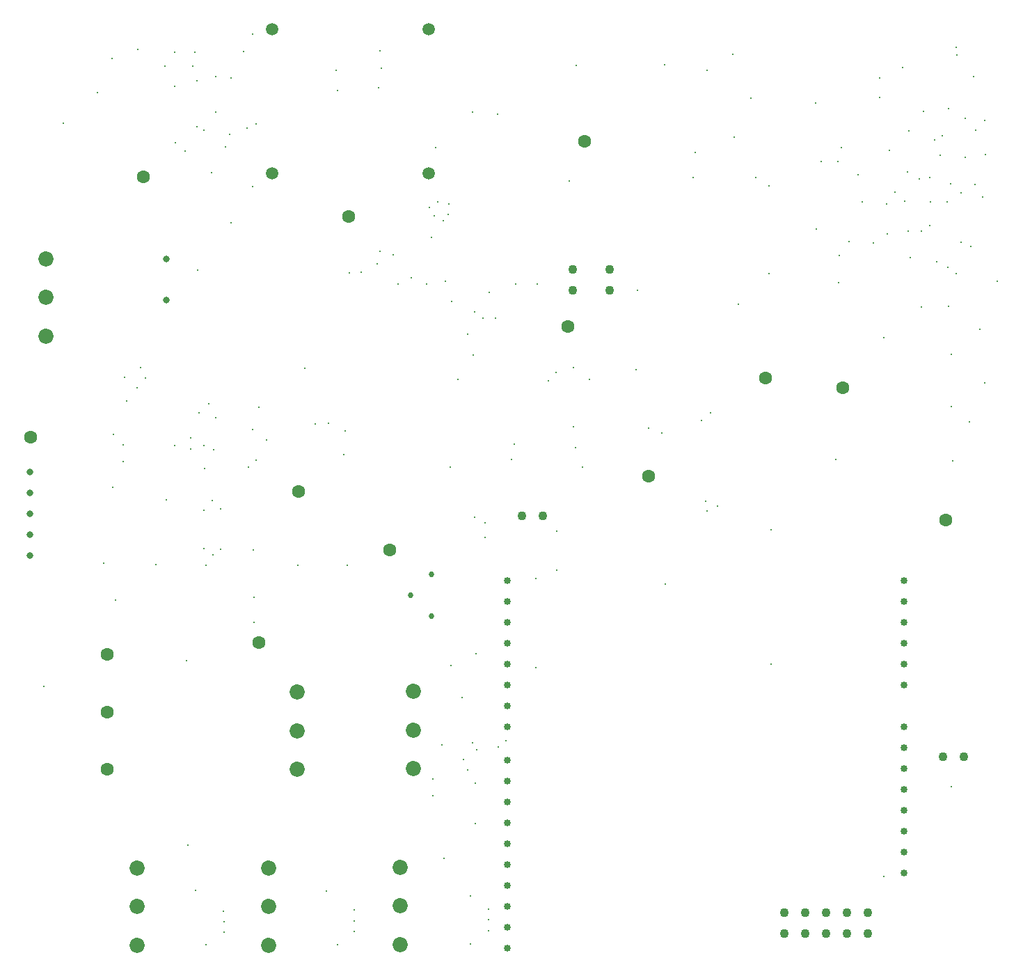
<source format=gbr>
%TF.GenerationSoftware,Altium Limited,Altium Designer,25.2.1 (25)*%
G04 Layer_Color=0*
%FSLAX45Y45*%
%MOMM*%
%TF.SameCoordinates,EF3F7739-EB0C-4DF3-8AA3-BEF7F1336093*%
%TF.FilePolarity,Positive*%
%TF.FileFunction,Plated,1,2,PTH,Drill*%
%TF.Part,Single*%
G01*
G75*
%TA.AperFunction,ComponentDrill*%
%ADD130C,0.85000*%
%ADD131C,0.81000*%
%ADD132C,1.85000*%
%ADD133C,1.60000*%
%ADD134C,1.60000*%
%ADD135C,0.69000*%
%ADD136C,1.10000*%
%ADD137C,1.50000*%
%ADD138C,0.80000*%
%ADD139C,1.10000*%
%TA.AperFunction,ViaDrill,NotFilled*%
%ADD140C,0.30000*%
D130*
X10833000Y2609201D02*
D03*
Y2863201D02*
D03*
X6007000Y1186801D02*
D03*
Y424801D02*
D03*
X10833000Y3625201D02*
D03*
X6007000Y678801D02*
D03*
Y932801D02*
D03*
Y1440801D02*
D03*
Y1694801D02*
D03*
Y1948801D02*
D03*
Y2202801D02*
D03*
Y2456801D02*
D03*
Y3117201D02*
D03*
Y2710801D02*
D03*
Y3371201D02*
D03*
Y3625201D02*
D03*
Y3879201D02*
D03*
Y4133201D02*
D03*
Y4387201D02*
D03*
Y4641201D02*
D03*
X10833000Y4895201D02*
D03*
X6007000D02*
D03*
X10833000Y4641201D02*
D03*
Y4387201D02*
D03*
Y4133201D02*
D03*
Y3879201D02*
D03*
Y3117201D02*
D03*
Y2355201D02*
D03*
Y2101201D02*
D03*
Y1847201D02*
D03*
Y1593201D02*
D03*
Y1339201D02*
D03*
D131*
X203925Y6214128D02*
D03*
Y5960128D02*
D03*
Y5706128D02*
D03*
Y5452128D02*
D03*
Y5198128D02*
D03*
D132*
X399925Y7870127D02*
D03*
Y8340127D02*
D03*
Y8810127D02*
D03*
X1509553Y1402178D02*
D03*
Y932178D02*
D03*
Y462178D02*
D03*
X4870000Y3547732D02*
D03*
Y3077732D02*
D03*
Y2607732D02*
D03*
X4705628Y1408051D02*
D03*
Y938051D02*
D03*
Y468051D02*
D03*
X3105628Y462151D02*
D03*
Y932151D02*
D03*
Y1402151D02*
D03*
X3450000Y3540000D02*
D03*
Y3070000D02*
D03*
Y2600000D02*
D03*
D133*
X1140000Y2600000D02*
D03*
Y3300000D02*
D03*
Y4000000D02*
D03*
X9150000Y7360000D02*
D03*
X6750000Y7990000D02*
D03*
X11340000Y5630000D02*
D03*
X4080000Y9320000D02*
D03*
X2990000Y4140000D02*
D03*
X10090000Y7240000D02*
D03*
X6946000Y10236000D02*
D03*
X7730000Y6170000D02*
D03*
X213925Y6644127D02*
D03*
D134*
X1579925Y9810127D02*
D03*
X4582746Y5272729D02*
D03*
X3470000Y5980000D02*
D03*
D135*
X5090000Y4970000D02*
D03*
X4836000Y4716000D02*
D03*
X5090000Y4462000D02*
D03*
D136*
X10398000Y858233D02*
D03*
Y604233D02*
D03*
X10144000Y858233D02*
D03*
Y604233D02*
D03*
X9890000Y858233D02*
D03*
Y604233D02*
D03*
X9636000Y858233D02*
D03*
X9382000D02*
D03*
X9636000Y604233D02*
D03*
X9382000D02*
D03*
X6806000Y8429000D02*
D03*
Y8683000D02*
D03*
X7255999Y8429000D02*
D03*
Y8683000D02*
D03*
D137*
X3150000Y9850000D02*
D03*
Y11600000D02*
D03*
X5051700Y9850000D02*
D03*
Y11600000D02*
D03*
D138*
X1864000Y8804000D02*
D03*
Y8304000D02*
D03*
D139*
X11313000Y2750000D02*
D03*
X11567000D02*
D03*
X6445180Y5680420D02*
D03*
X6191180D02*
D03*
D140*
X9770000Y9170000D02*
D03*
X3930000Y11100000D02*
D03*
X3940000Y10860000D02*
D03*
X2990000Y7000000D02*
D03*
X3080000Y6610000D02*
D03*
X3550000Y7480000D02*
D03*
X5598580Y7640000D02*
D03*
X2909980Y6730000D02*
D03*
X7920000Y11170000D02*
D03*
X5890000Y10570000D02*
D03*
X5590000Y10590000D02*
D03*
X2650000Y11010000D02*
D03*
X4480000Y11130000D02*
D03*
X2211693Y11320000D02*
D03*
X1960000Y11320000D02*
D03*
X1843214Y11151047D02*
D03*
X6110000Y8500000D02*
D03*
X4460000Y8900000D02*
D03*
X4230000Y8650000D02*
D03*
X4090000Y8640000D02*
D03*
X4617576Y8860000D02*
D03*
X4430000Y8750000D02*
D03*
X5090000Y9070000D02*
D03*
X5030000Y8500000D02*
D03*
X5257948Y8535642D02*
D03*
X5333931Y8293575D02*
D03*
X5610000Y8160000D02*
D03*
X5790000Y8400000D02*
D03*
X5870000Y8090000D02*
D03*
X5710000D02*
D03*
X6370000Y8500000D02*
D03*
X5530000Y7890000D02*
D03*
X6060000Y6370000D02*
D03*
X6840000Y6510000D02*
D03*
X6815283Y6767575D02*
D03*
X6925000Y6280000D02*
D03*
X6093563Y6558384D02*
D03*
X11410000Y2390000D02*
D03*
X5560000Y480000D02*
D03*
X2110000Y3920000D02*
D03*
X2120000Y1680000D02*
D03*
X2920000Y5270000D02*
D03*
X4840000Y8580000D02*
D03*
X4680000Y8500000D02*
D03*
X2330000Y6262359D02*
D03*
X1220000Y6670000D02*
D03*
X1340000Y6340000D02*
D03*
Y6550000D02*
D03*
X1860000Y5880000D02*
D03*
X1210000Y6030000D02*
D03*
X1380000Y7080000D02*
D03*
X1968987Y10219268D02*
D03*
X2087794Y10119718D02*
D03*
X2230000Y10420000D02*
D03*
X2320000Y10370000D02*
D03*
X2580000Y10170000D02*
D03*
X2460000Y11030000D02*
D03*
X610000Y10460000D02*
D03*
X1020000Y10830000D02*
D03*
X8440000Y5740000D02*
D03*
X7590000Y8430000D02*
D03*
X8820000Y8260000D02*
D03*
X9190000Y8630000D02*
D03*
X10890000Y9150000D02*
D03*
X10620000Y9480000D02*
D03*
X11380000Y8230000D02*
D03*
X11530000Y9610000D02*
D03*
Y9010000D02*
D03*
X11650000Y8960000D02*
D03*
X11400000Y9720000D02*
D03*
X11700000Y9710000D02*
D03*
X11790000Y9560000D02*
D03*
X11160000Y9500000D02*
D03*
X11360000D02*
D03*
X10846967Y9513033D02*
D03*
X11150000Y9800000D02*
D03*
X11018299Y9780000D02*
D03*
X10880000Y9870000D02*
D03*
X10728442Y9619887D02*
D03*
X11820000Y10490000D02*
D03*
X11471695Y11384636D02*
D03*
X11480000Y11290000D02*
D03*
X10540000Y11010000D02*
D03*
Y10770000D02*
D03*
X9760000Y10700000D02*
D03*
X8750000Y11300000D02*
D03*
X8440000Y11100000D02*
D03*
X9030000Y9800000D02*
D03*
X8770000Y10290000D02*
D03*
X8300000Y10100000D02*
D03*
X8270000Y9800000D02*
D03*
X10070000Y10160000D02*
D03*
X10280000Y9830000D02*
D03*
X10330000Y9500000D02*
D03*
X10170000Y9020000D02*
D03*
X10460000Y9000000D02*
D03*
X10050000Y8850000D02*
D03*
X10040000Y8520000D02*
D03*
X10590000Y7850000D02*
D03*
X11410000Y7650000D02*
D03*
Y7010000D02*
D03*
X11430000Y6350000D02*
D03*
X7010000Y7340000D02*
D03*
X8480000Y6940000D02*
D03*
X8370000Y6840000D02*
D03*
X7890000Y6690000D02*
D03*
X4020000Y6430000D02*
D03*
X4040000Y6720000D02*
D03*
X3670000Y6800000D02*
D03*
X3830000Y6810000D02*
D03*
X2860000Y6280000D02*
D03*
X2950000Y6360000D02*
D03*
X1960000Y6540000D02*
D03*
X2160000Y6630000D02*
D03*
X4060000Y5080000D02*
D03*
X3460000D02*
D03*
X2928925Y4690557D02*
D03*
X1240000Y4660000D02*
D03*
X1100000Y5110000D02*
D03*
X2340000Y5080000D02*
D03*
X1730000Y5090000D02*
D03*
X5210000Y2900000D02*
D03*
X5480000Y2720000D02*
D03*
X5620000Y2430000D02*
D03*
X5530000Y2590000D02*
D03*
X5560000Y1060000D02*
D03*
X3810000Y1120000D02*
D03*
X5780000Y900000D02*
D03*
Y770000D02*
D03*
Y640000D02*
D03*
X4150000Y890000D02*
D03*
Y630000D02*
D03*
Y760000D02*
D03*
X3940000Y470000D02*
D03*
X2556460Y874776D02*
D03*
X2340000Y470000D02*
D03*
X2560000Y620000D02*
D03*
Y750000D02*
D03*
X2220000Y1130000D02*
D03*
X7730000Y6750000D02*
D03*
X2160000Y6500000D02*
D03*
X2320000Y6540000D02*
D03*
X10590000Y1300000D02*
D03*
X5320000Y3860000D02*
D03*
X5610000Y5670000D02*
D03*
X5630000Y4010000D02*
D03*
X11760000Y7950000D02*
D03*
X11826116Y10078890D02*
D03*
X11583535Y10043536D02*
D03*
X11580000Y10520000D02*
D03*
X10030000Y9990000D02*
D03*
X7930000Y4850000D02*
D03*
X11208737Y10259500D02*
D03*
X5410000Y7340000D02*
D03*
X11370000Y8702300D02*
D03*
X11230000Y8775000D02*
D03*
X10910000Y8825434D02*
D03*
X11970000Y8540000D02*
D03*
X11630000Y6830000D02*
D03*
X11305017Y10304509D02*
D03*
X11050000Y9150000D02*
D03*
X10819000Y11137929D02*
D03*
X5140000Y10160000D02*
D03*
X1200000Y11250000D02*
D03*
X1510000Y11360000D02*
D03*
X6600000Y7430000D02*
D03*
X6810000Y7490000D02*
D03*
X6360000Y4920000D02*
D03*
Y3840000D02*
D03*
X5900000Y2870000D02*
D03*
X5640000Y2840000D02*
D03*
X5455387Y3471219D02*
D03*
X5582911Y2920000D02*
D03*
X5990000Y2950000D02*
D03*
X2420000Y5870000D02*
D03*
X2430000Y5210000D02*
D03*
X2520000Y5770000D02*
D03*
X2320000Y5750000D02*
D03*
X2520000Y5280000D02*
D03*
X2320116Y5287971D02*
D03*
X10010000Y6371842D02*
D03*
X6850000Y11160000D02*
D03*
X8570000Y5800000D02*
D03*
X9220000Y5510000D02*
D03*
X2630000Y10320000D02*
D03*
X6610000Y5020000D02*
D03*
Y5500000D02*
D03*
X6510000Y7330000D02*
D03*
X5315000Y6273587D02*
D03*
X5290000Y9350000D02*
D03*
X5296881Y9474082D02*
D03*
X5230000Y9270000D02*
D03*
X5160000Y9500000D02*
D03*
X5120000Y9330000D02*
D03*
X5060000Y9430000D02*
D03*
X6760000Y9760000D02*
D03*
X11070000Y10600000D02*
D03*
X10897737Y10362962D02*
D03*
X11469465Y8629037D02*
D03*
X7580000Y7460000D02*
D03*
X2380000Y7050000D02*
D03*
X2460000Y6880000D02*
D03*
X2260000Y6940000D02*
D03*
X1550000Y7490000D02*
D03*
X1610000Y7360000D02*
D03*
X1350000Y7370000D02*
D03*
X1502496Y7244324D02*
D03*
X370000Y3610000D02*
D03*
X9220000Y3880000D02*
D03*
X5240102Y1520000D02*
D03*
X5100000Y2480000D02*
D03*
Y2280000D02*
D03*
X5620000Y1940000D02*
D03*
X2930000Y4390000D02*
D03*
X8970000Y10760000D02*
D03*
X11150000Y9210000D02*
D03*
X1963201Y10907541D02*
D03*
X2949925Y10450127D02*
D03*
X2650000Y9250000D02*
D03*
X8420000Y5860000D02*
D03*
X9830000Y9990000D02*
D03*
X5740000Y5420000D02*
D03*
Y5600000D02*
D03*
X11373446Y10633087D02*
D03*
X11280000Y10068866D02*
D03*
X11050000Y8220000D02*
D03*
X9190000Y9700000D02*
D03*
X10630000Y9110000D02*
D03*
X10660000Y10130000D02*
D03*
X11680000Y11030000D02*
D03*
X2239925Y8671294D02*
D03*
X2440000Y6490000D02*
D03*
X11814000Y7304000D02*
D03*
X11704000Y10374000D02*
D03*
X2840503Y10395127D02*
D03*
X2459921Y10590105D02*
D03*
X4439925Y10890127D02*
D03*
X4460000Y11340000D02*
D03*
X2410000Y9860000D02*
D03*
X2913200Y9687836D02*
D03*
X2235000Y10975000D02*
D03*
X2800000Y11330000D02*
D03*
X2180000Y11150000D02*
D03*
X2910000Y11540000D02*
D03*
%TF.MD5,611ddab9d9ebeb93349b92f078120882*%
M02*

</source>
